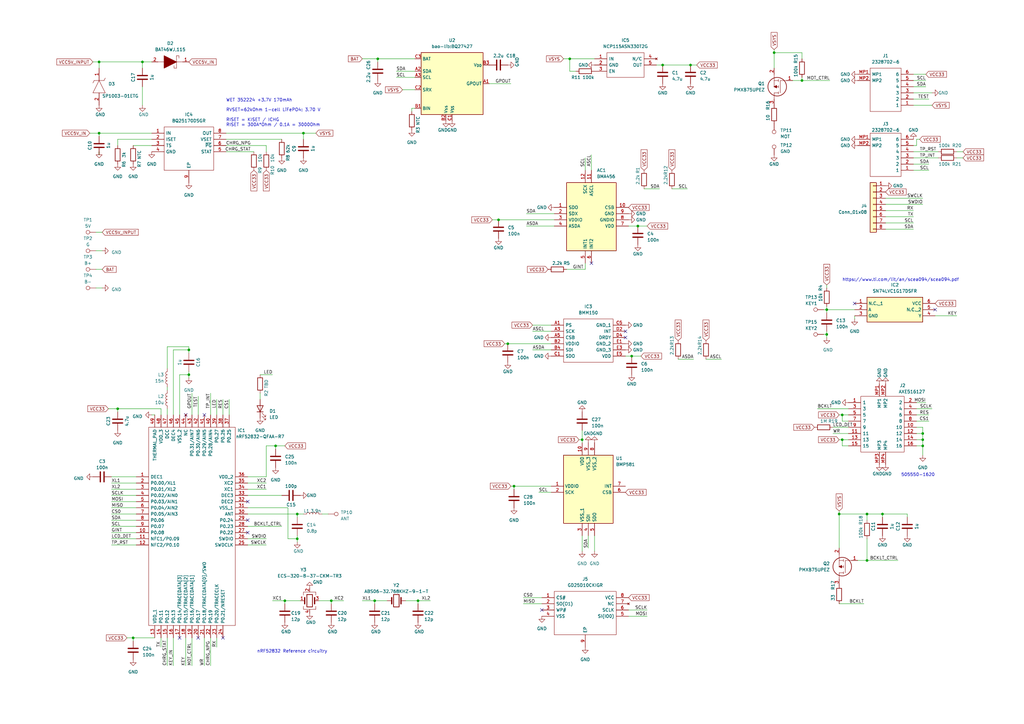
<source format=kicad_sch>
(kicad_sch (version 20230121) (generator eeschema)
  (paper "A3")
  (junction (at 283.21 26.67))
  (junction (at 116.84 246.38))
  (junction (at 121.92 220.98))
  (junction (at 208.28 140.97))
  (junction (at 171.45 246.38))
  (junction (at 54.61 261.62))
  (junction (at 48.26 167.64))
  (junction (at 344.17 210.82))
  (junction (at 378.46 177.8))
  (junction (at 238.76 180.34))
  (junction (at 40.64 54.61))
  (junction (at 345.44 180.34))
  (junction (at 77.47 143.51))
  (junction (at 153.67 246.38))
  (junction (at 378.46 180.34))
  (junction (at 204.47 90.17))
  (junction (at 345.44 170.18))
  (junction (at 339.09 137.16))
  (junction (at 121.92 210.82))
  (junction (at 259.08 146.05))
  (junction (at 113.03 182.88))
  (junction (at 135.89 246.38))
  (junction (at 233.68 24.13))
  (junction (at 58.42 25.4))
  (junction (at 317.5 21.59))
  (junction (at 271.78 26.67))
  (junction (at 124.46 54.61))
  (junction (at 339.09 127))
  (junction (at 210.82 199.39))
  (junction (at 261.62 92.71))
  (junction (at 355.6 210.82))
  (junction (at 40.64 25.4))
  (junction (at 355.6 229.87))
  (junction (at 154.94 24.13))
  (junction (at 378.46 182.88))
  (junction (at 77.47 153.67))
  (junction (at 361.95 210.82))
  (junction (at 328.93 33.02))
  (no_connect (at 350.52 124.46))
  (no_connect (at 91.44 261.62))
  (no_connect (at 83.82 170.18))
  (no_connect (at 81.28 261.62))
  (no_connect (at 76.2 170.18))
  (no_connect (at 101.6 205.74))
  (no_connect (at 383.54 127))
  (no_connect (at 73.66 261.62))
  (no_connect (at 222.25 250.19))
  (no_connect (at 242.57 107.95))
  (no_connect (at 256.54 138.43))
  (no_connect (at 256.54 135.89))
  (no_connect (at 101.6 213.36))
  (no_connect (at 101.6 218.44))
  (wire (pts (xy 40.64 27.94) (xy 40.64 25.4)))
  (wire (pts (xy 335.28 167.64) (xy 347.98 167.64)))
  (wire (pts (xy 162.56 29.21) (xy 170.18 29.21)))
  (wire (pts (xy 116.84 247.65) (xy 116.84 246.38)))
  (wire (pts (xy 339.09 137.16) (xy 337.82 137.16)))
  (wire (pts (xy 240.03 64.77) (xy 240.03 69.85)))
  (wire (pts (xy 261.62 92.71) (xy 257.81 92.71)))
  (wire (pts (xy 166.37 246.38) (xy 171.45 246.38)))
  (wire (pts (xy 374.65 67.31) (xy 381 67.31)))
  (wire (pts (xy 113.03 182.88) (xy 109.22 182.88)))
  (wire (pts (xy 243.84 226.06) (xy 243.84 219.71)))
  (wire (pts (xy 39.37 118.11) (xy 41.91 118.11)))
  (wire (pts (xy 378.46 182.88) (xy 378.46 186.69)))
  (wire (pts (xy 45.72 208.28) (xy 55.88 208.28)))
  (wire (pts (xy 215.9 87.63) (xy 227.33 87.63)))
  (wire (pts (xy 121.92 222.25) (xy 121.92 220.98)))
  (wire (pts (xy 45.72 200.66) (xy 55.88 200.66)))
  (wire (pts (xy 101.6 208.28) (xy 118.11 208.28)))
  (wire (pts (xy 374.65 62.23) (xy 384.81 62.23)))
  (wire (pts (xy 40.64 63.5) (xy 40.64 62.23)))
  (wire (pts (xy 339.09 127) (xy 337.82 127)))
  (wire (pts (xy 355.6 210.82) (xy 344.17 210.82)))
  (wire (pts (xy 162.56 31.75) (xy 170.18 31.75)))
  (wire (pts (xy 207.01 140.97) (xy 208.28 140.97)))
  (wire (pts (xy 39.37 102.87) (xy 41.91 102.87)))
  (wire (pts (xy 101.6 210.82) (xy 121.92 210.82)))
  (wire (pts (xy 363.22 81.28) (xy 378.46 81.28)))
  (wire (pts (xy 86.36 161.29) (xy 86.36 170.18)))
  (wire (pts (xy 209.55 199.39) (xy 210.82 199.39)))
  (wire (pts (xy 265.43 92.71) (xy 261.62 92.71)))
  (wire (pts (xy 101.6 220.98) (xy 109.22 220.98)))
  (wire (pts (xy 101.6 215.9) (xy 115.57 215.9)))
  (wire (pts (xy 344.17 170.18) (xy 345.44 170.18)))
  (wire (pts (xy 218.44 133.35) (xy 226.06 133.35)))
  (wire (pts (xy 135.89 246.38) (xy 140.97 246.38)))
  (wire (pts (xy 45.72 218.44) (xy 55.88 218.44)))
  (wire (pts (xy 62.23 57.15) (xy 48.26 57.15)))
  (wire (pts (xy 233.68 29.21) (xy 233.68 24.13)))
  (wire (pts (xy 375.92 57.15) (xy 375.92 59.69)))
  (wire (pts (xy 54.61 261.62) (xy 54.61 262.89)))
  (wire (pts (xy 153.67 247.65) (xy 153.67 246.38)))
  (wire (pts (xy 201.93 90.17) (xy 204.47 90.17)))
  (wire (pts (xy 375.92 180.34) (xy 378.46 180.34)))
  (wire (pts (xy 375.92 167.64) (xy 382.27 167.64)))
  (wire (pts (xy 68.58 142.24) (xy 77.47 142.24)))
  (wire (pts (xy 339.09 116.84) (xy 339.09 118.11)))
  (wire (pts (xy 77.47 142.24) (xy 77.47 143.51)))
  (wire (pts (xy 339.09 135.89) (xy 339.09 137.16)))
  (wire (pts (xy 76.2 261.62) (xy 76.2 273.05)))
  (wire (pts (xy 124.46 57.15) (xy 124.46 54.61)))
  (wire (pts (xy 106.68 161.29) (xy 106.68 163.83)))
  (wire (pts (xy 355.6 229.87) (xy 368.3 229.87)))
  (wire (pts (xy 347.98 172.72) (xy 345.44 172.72)))
  (wire (pts (xy 45.72 210.82) (xy 55.88 210.82)))
  (wire (pts (xy 374.65 30.48) (xy 379.73 30.48)))
  (wire (pts (xy 345.44 180.34) (xy 347.98 180.34)))
  (wire (pts (xy 375.92 57.15) (xy 377.19 57.15)))
  (wire (pts (xy 210.82 200.66) (xy 210.82 199.39)))
  (wire (pts (xy 153.67 246.38) (xy 158.75 246.38)))
  (wire (pts (xy 375.92 59.69) (xy 374.65 59.69)))
  (wire (pts (xy 109.22 182.88) (xy 109.22 195.58)))
  (wire (pts (xy 121.92 212.09) (xy 121.92 210.82)))
  (wire (pts (xy 92.71 59.69) (xy 109.22 59.69)))
  (wire (pts (xy 52.07 261.62) (xy 54.61 261.62)))
  (wire (pts (xy 363.22 91.44) (xy 374.65 91.44)))
  (wire (pts (xy 262.89 146.05) (xy 259.08 146.05)))
  (wire (pts (xy 71.12 143.51) (xy 77.47 143.51)))
  (wire (pts (xy 113.03 182.88) (xy 113.03 184.15)))
  (wire (pts (xy 215.9 92.71) (xy 227.33 92.71)))
  (wire (pts (xy 340.36 33.02) (xy 328.93 33.02)))
  (wire (pts (xy 68.58 158.75) (xy 68.58 160.02)))
  (wire (pts (xy 116.84 246.38) (xy 123.19 246.38)))
  (wire (pts (xy 109.22 59.69) (xy 109.22 62.23)))
  (wire (pts (xy 45.72 203.2) (xy 55.88 203.2)))
  (wire (pts (xy 171.45 246.38) (xy 176.53 246.38)))
  (wire (pts (xy 91.44 163.83) (xy 91.44 170.18)))
  (wire (pts (xy 45.72 220.98) (xy 55.88 220.98)))
  (wire (pts (xy 45.72 213.36) (xy 55.88 213.36)))
  (wire (pts (xy 289.56 147.32) (xy 295.91 147.32)))
  (wire (pts (xy 264.16 77.47) (xy 270.51 77.47)))
  (wire (pts (xy 344.17 210.82) (xy 344.17 224.79)))
  (wire (pts (xy 374.65 33.02) (xy 379.73 33.02)))
  (wire (pts (xy 363.22 88.9) (xy 374.65 88.9)))
  (wire (pts (xy 130.81 246.38) (xy 135.89 246.38)))
  (wire (pts (xy 214.63 247.65) (xy 222.25 247.65)))
  (wire (pts (xy 78.74 261.62) (xy 78.74 273.05)))
  (wire (pts (xy 165.1 36.83) (xy 170.18 36.83)))
  (wire (pts (xy 168.91 44.45) (xy 168.91 45.72)))
  (wire (pts (xy 328.93 21.59) (xy 328.93 24.13)))
  (wire (pts (xy 383.54 129.54) (xy 392.43 129.54)))
  (wire (pts (xy 154.94 24.13) (xy 154.94 25.4)))
  (wire (pts (xy 378.46 175.26) (xy 378.46 177.8)))
  (wire (pts (xy 374.65 43.18) (xy 382.27 43.18)))
  (wire (pts (xy 240.03 110.49) (xy 240.03 107.95)))
  (wire (pts (xy 54.61 59.69) (xy 62.23 59.69)))
  (wire (pts (xy 339.09 127) (xy 350.52 127)))
  (wire (pts (xy 378.46 180.34) (xy 378.46 182.88)))
  (wire (pts (xy 148.59 24.13) (xy 154.94 24.13)))
  (wire (pts (xy 344.17 247.65) (xy 354.33 247.65)))
  (wire (pts (xy 375.92 170.18) (xy 381 170.18)))
  (wire (pts (xy 231.14 24.13) (xy 233.68 24.13)))
  (wire (pts (xy 68.58 167.64) (xy 68.58 170.18)))
  (wire (pts (xy 241.3 219.71) (xy 241.3 224.79)))
  (wire (pts (xy 73.66 170.18) (xy 73.66 153.67)))
  (wire (pts (xy 375.92 175.26) (xy 378.46 175.26)))
  (wire (pts (xy 58.42 43.18) (xy 58.42 35.56)))
  (wire (pts (xy 66.04 261.62) (xy 66.04 265.43)))
  (wire (pts (xy 38.1 25.4) (xy 40.64 25.4)))
  (wire (pts (xy 48.26 57.15) (xy 48.26 59.69)))
  (wire (pts (xy 347.98 182.88) (xy 345.44 182.88)))
  (wire (pts (xy 77.47 143.51) (xy 77.47 144.78)))
  (wire (pts (xy 66.04 167.64) (xy 66.04 170.18)))
  (wire (pts (xy 374.65 69.85) (xy 381 69.85)))
  (wire (pts (xy 73.66 153.67) (xy 77.47 153.67)))
  (wire (pts (xy 104.14 62.23) (xy 92.71 62.23)))
  (wire (pts (xy 132.08 210.82) (xy 134.62 210.82)))
  (wire (pts (xy 257.81 252.73) (xy 265.43 252.73)))
  (wire (pts (xy 328.93 33.02) (xy 328.93 31.75)))
  (wire (pts (xy 238.76 180.34) (xy 238.76 181.61)))
  (wire (pts (xy 345.44 182.88) (xy 345.44 180.34)))
  (wire (pts (xy 374.65 40.64) (xy 381 40.64)))
  (wire (pts (xy 78.74 161.29) (xy 78.74 170.18)))
  (wire (pts (xy 58.42 27.94) (xy 58.42 25.4)))
  (wire (pts (xy 109.22 195.58) (xy 101.6 195.58)))
  (wire (pts (xy 375.92 165.1) (xy 379.73 165.1)))
  (wire (pts (xy 111.76 246.38) (xy 116.84 246.38)))
  (wire (pts (xy 58.42 25.4) (xy 62.23 25.4)))
  (wire (pts (xy 214.63 245.11) (xy 222.25 245.11)))
  (wire (pts (xy 68.58 261.62) (xy 68.58 273.05)))
  (wire (pts (xy 71.12 261.62) (xy 71.12 273.05)))
  (wire (pts (xy 101.6 223.52) (xy 109.22 223.52)))
  (wire (pts (xy 232.41 110.49) (xy 240.03 110.49)))
  (wire (pts (xy 341.63 177.8) (xy 347.98 177.8)))
  (wire (pts (xy 86.36 261.62) (xy 86.36 273.05)))
  (wire (pts (xy 285.75 26.67) (xy 283.21 26.67)))
  (wire (pts (xy 317.5 20.32) (xy 317.5 21.59)))
  (wire (pts (xy 135.89 247.65) (xy 135.89 246.38)))
  (wire (pts (xy 271.78 26.67) (xy 283.21 26.67)))
  (wire (pts (xy 257.81 250.19) (xy 265.43 250.19)))
  (wire (pts (xy 372.11 212.09) (xy 372.11 210.82)))
  (wire (pts (xy 355.6 210.82) (xy 355.6 213.36)))
  (wire (pts (xy 124.46 54.61) (xy 129.54 54.61)))
  (wire (pts (xy 88.9 163.83) (xy 88.9 170.18)))
  (wire (pts (xy 236.22 29.21) (xy 233.68 29.21)))
  (wire (pts (xy 355.6 229.87) (xy 351.79 229.87)))
  (wire (pts (xy 54.61 261.62) (xy 63.5 261.62)))
  (wire (pts (xy 101.6 198.12) (xy 109.22 198.12)))
  (wire (pts (xy 269.24 26.67) (xy 271.78 26.67)))
  (wire (pts (xy 363.22 93.98) (xy 374.65 93.98)))
  (wire (pts (xy 40.64 55.88) (xy 40.64 54.61)))
  (wire (pts (xy 344.17 180.34) (xy 345.44 180.34)))
  (wire (pts (xy 154.94 24.13) (xy 170.18 24.13)))
  (wire (pts (xy 238.76 219.71) (xy 238.76 226.06)))
  (wire (pts (xy 259.08 146.05) (xy 256.54 146.05)))
  (wire (pts (xy 168.91 44.45) (xy 170.18 44.45)))
  (wire (pts (xy 355.6 229.87) (xy 355.6 220.98)))
  (wire (pts (xy 350.52 130.81) (xy 350.52 129.54)))
  (wire (pts (xy 45.72 223.52) (xy 55.88 223.52)))
  (wire (pts (xy 101.6 200.66) (xy 109.22 200.66)))
  (wire (pts (xy 148.59 246.38) (xy 153.67 246.38)))
  (wire (pts (xy 238.76 176.53) (xy 238.76 180.34)))
  (wire (pts (xy 48.26 167.64) (xy 66.04 167.64)))
  (wire (pts (xy 375.92 182.88) (xy 378.46 182.88)))
  (wire (pts (xy 62.23 170.18) (xy 63.5 170.18)))
  (wire (pts (xy 341.63 175.26) (xy 347.98 175.26)))
  (wire (pts (xy 345.44 170.18) (xy 347.98 170.18)))
  (wire (pts (xy 328.93 21.59) (xy 317.5 21.59)))
  (wire (pts (xy 374.65 38.1) (xy 382.27 38.1)))
  (wire (pts (xy 40.64 54.61) (xy 62.23 54.61)))
  (wire (pts (xy 106.68 153.67) (xy 111.76 153.67)))
  (wire (pts (xy 361.95 212.09) (xy 361.95 210.82)))
  (wire (pts (xy 375.92 172.72) (xy 381 172.72)))
  (wire (pts (xy 40.64 25.4) (xy 58.42 25.4)))
  (wire (pts (xy 83.82 261.62) (xy 83.82 273.05)))
  (wire (pts (xy 374.65 35.56) (xy 379.73 35.56)))
  (wire (pts (xy 81.28 162.56) (xy 81.28 170.18)))
  (wire (pts (xy 45.72 215.9) (xy 55.88 215.9)))
  (wire (pts (xy 118.11 220.98) (xy 121.92 220.98)))
  (wire (pts (xy 208.28 140.97) (xy 226.06 140.97)))
  (wire (pts (xy 378.46 83.82) (xy 363.22 83.82)))
  (wire (pts (xy 121.92 210.82) (xy 124.46 210.82)))
  (wire (pts (xy 116.84 182.88) (xy 113.03 182.88)))
  (wire (pts (xy 68.58 142.24) (xy 68.58 151.13)))
  (wire (pts (xy 92.71 57.15) (xy 115.57 57.15)))
  (wire (pts (xy 328.93 33.02) (xy 325.12 33.02)))
  (wire (pts (xy 237.49 180.34) (xy 238.76 180.34)))
  (wire (pts (xy 374.65 64.77) (xy 384.81 64.77)))
  (wire (pts (xy 118.11 208.28) (xy 118.11 220.98)))
  (wire (pts (xy 218.44 143.51) (xy 226.06 143.51)))
  (wire (pts (xy 218.44 135.89) (xy 226.06 135.89)))
  (wire (pts (xy 339.09 125.73) (xy 339.09 127)))
  (wire (pts (xy 275.59 77.47) (xy 281.94 77.47)))
  (wire (pts (xy 233.68 24.13) (xy 243.84 24.13)))
  (wire (pts (xy 39.37 110.49) (xy 41.91 110.49)))
  (wire (pts (xy 45.72 198.12) (xy 55.88 198.12)))
  (wire (pts (xy 36.83 54.61) (xy 40.64 54.61)))
  (wire (pts (xy 93.98 163.83) (xy 93.98 170.18)))
  (wire (pts (xy 339.09 138.43) (xy 339.09 137.16)))
  (wire (pts (xy 45.72 195.58) (xy 55.88 195.58)))
  (wire (pts (xy 121.92 220.98) (xy 121.92 219.71)))
  (wire (pts (xy 204.47 90.17) (xy 227.33 90.17)))
  (wire (pts (xy 200.66 34.29) (xy 209.55 34.29)))
  (wire (pts (xy 44.45 167.64) (xy 48.26 167.64)))
  (wire (pts (xy 345.44 170.18) (xy 345.44 172.72)))
  (wire (pts (xy 363.22 86.36) (xy 374.65 86.36)))
  (wire (pts (xy 92.71 54.61) (xy 124.46 54.61)))
  (wire (pts (xy 355.6 210.82) (xy 361.95 210.82)))
  (wire (pts (xy 394.97 62.23) (xy 392.43 62.23)))
  (wire (pts (xy 48.26 167.64) (xy 48.26 168.91)))
  (wire (pts (xy 77.47 154.94) (xy 77.47 153.67)))
  (wire (pts (xy 45.72 205.74) (xy 55.88 205.74)))
  (wire (pts (xy 171.45 246.38) (xy 171.45 247.65)))
  (wire (pts (xy 361.95 210.82) (xy 372.11 210.82)))
  (wire (pts (xy 378.46 177.8) (xy 378.46 180.34)))
  (wire (pts (xy 71.12 170.18) (xy 71.12 143.51)))
  (wire (pts (xy 278.13 147.32) (xy 284.48 147.32)))
  (wire (pts (xy 344.17 209.55) (xy 344.17 210.82)))
  (wire (pts (xy 39.37 95.25) (xy 41.91 95.25)))
  (wire (pts (xy 210.82 199.39) (xy 226.06 199.39)))
  (wire (pts (xy 394.97 64.77) (xy 392.43 64.77)))
  (wire (pts (xy 375.92 177.8) (xy 378.46 177.8)))
  (wire (pts (xy 339.09 128.27) (xy 339.09 127)))
  (wire (pts (xy 77.47 152.4) (xy 77.47 153.67)))
  (wire (pts (xy 88.9 261.62) (xy 88.9 265.43)))
  (wire (pts (xy 242.57 63.5) (xy 242.57 69.85)))
  (wire (pts (xy 101.6 203.2) (xy 115.57 203.2)))
  (wire (pts (xy 317.5 21.59) (xy 317.5 27.94)))
  (wire (pts (xy 220.98 201.93) (xy 226.06 201.93)))
  (text "https://www.ti.com/lit/an/scea094/scea094.pdf" (at 345.44 115.57 0) (effects (font (size 1.27 1.27)) (justify left bottom)))
  (text "RVSET=62kOhm 1-cell LiFePO4: 3.70 V\n\nRISET = KISET / ICHG\nRISET = 300A*Ohm / 0.1A = 3000Ohm\n" (at 92.71 52.07 0) (effects (font (size 1.27 1.27)) (justify left bottom)))
  (text "nRF52832 Reference circuitry" (at 105.41 267.97 0) (effects (font (size 1.27 1.27)) (justify left bottom)))
  (text "WET 352224 +3.7V 170mAh" (at 92.71 41.91 0) (effects (font (size 1.27 1.27)) (justify left bottom)))
  (text "505550-1620 " (at 369.57 195.58 0) (effects (font (size 1.27 1.27)) (justify left bottom)))
  (label "CS0" (at 45.72 210.82 0))
  (label "TX" (at 66.04 265.43 90))
  (label "GPOUT" (at 209.55 34.29 180))
  (label "SCL" (at 45.72 215.9 0))
  (label "SCLK" (at 45.72 203.2 0))
  (label "MOSI" (at 45.72 205.74 0))
  (label "ASCL" (at 242.57 63.5 270))
  (label "MOT_CTRL" (at 78.74 273.05 90))
  (label "SCL" (at 374.65 91.44 180))
  (label "XC1" (at 109.22 200.66 180))
  (label "GPOUT" (at 78.74 161.29 270))
  (label "SCL" (at 379.73 33.02 180))
  (label "SCL" (at 162.56 31.75 0))
  (label "ASCL" (at 218.44 135.89 0))
  (label "SCL" (at 281.94 77.47 180))
  (label "SCL" (at 381 69.85 180))
  (label "MISO" (at 45.72 208.28 0))
  (label "GINT" (at 234.95 110.49 0))
  (label "SDA" (at 215.9 87.63 0))
  (label "TP_INT" (at 86.36 161.29 270))
  (label "RX" (at 374.65 86.36 180))
  (label "CS1" (at 381 172.72 180))
  (label "XL1" (at 148.59 246.38 0))
  (label "WR" (at 341.63 177.8 0))
  (label "XC2" (at 140.97 246.38 180))
  (label "GINT" (at 45.72 218.44 0))
  (label "XL1" (at 45.72 198.12 0))
  (label "WR" (at 83.82 273.05 90))
  (label "RES" (at 381 170.18 180))
  (label "SDA" (at 45.72 213.36 0))
  (label "SCL" (at 220.98 201.93 0))
  (label "MISO" (at 214.63 247.65 0))
  (label "MOSI" (at 265.43 252.73 180))
  (label "SDA" (at 241.3 224.79 90))
  (label "RES" (at 91.44 163.83 270))
  (label "ASDA" (at 215.9 92.71 0))
  (label "CS1" (at 93.98 163.83 270))
  (label "MOSI" (at 379.73 165.1 180))
  (label "LCD_DET" (at 341.63 175.26 0))
  (label "SCL" (at 240.03 64.77 270))
  (label "CHRG_NPG" (at 102.87 59.69 180))
  (label "XC1" (at 111.76 246.38 0))
  (label "SWDIO" (at 109.22 220.98 180))
  (label "BCKLT" (at 335.28 167.64 0))
  (label "MOT_CTRL" (at 340.36 33.02 180))
  (label "BCKLT" (at 354.33 247.65 180))
  (label "ASDA" (at 218.44 143.51 0))
  (label "TX" (at 374.65 88.9 180))
  (label "SDA" (at 379.73 35.56 180))
  (label "ASCL" (at 295.91 147.32 180))
  (label "CHRG_NPG" (at 86.36 273.05 90))
  (label "BCKLT_CTRL" (at 115.57 215.9 180))
  (label "XC2" (at 109.22 198.12 180))
  (label "LCD_DET" (at 45.72 220.98 0))
  (label "SWCLK" (at 378.46 81.28 180))
  (label "SCLK" (at 382.27 167.64 180))
  (label "XL2" (at 176.53 246.38 180))
  (label "TP_RST" (at 45.72 223.52 0))
  (label "TEST" (at 81.28 162.56 270))
  (label "RX" (at 88.9 265.43 90))
  (label "CS0" (at 214.63 245.11 0))
  (label "XL2" (at 45.72 200.66 0))
  (label "KEY" (at 76.2 273.05 90))
  (label "SDA" (at 270.51 77.47 180))
  (label "SDA" (at 374.65 93.98 180))
  (label "ASDA" (at 284.48 147.32 180))
  (label "KEY_IN" (at 71.12 273.05 90))
  (label "CHRG_STAT" (at 102.87 62.23 180))
  (label "TEST" (at 381 40.64 180))
  (label "TP_RST" (at 377.19 62.23 0))
  (label "KEY" (at 392.43 129.54 180))
  (label "LED" (at 111.76 153.67 180))
  (label "SWDIO" (at 378.46 83.82 180))
  (label "SWCLK" (at 109.22 223.52 180))
  (label "SDA" (at 162.56 29.21 0))
  (label "LED" (at 88.9 163.83 270))
  (label "TP_INT" (at 377.19 64.77 0))
  (label "BCKLT_CTRL" (at 368.3 229.87 180))
  (label "CHRG_STAT" (at 68.58 273.05 90))
  (label "SCLK" (at 265.43 250.19 180))
  (label "SDA" (at 381 67.31 180))
  (global_label "VCC33" (shape input) (at 377.19 57.15 0) (property "Intersheetrefs" "${INTERSHEET_REFS}" (effects hide)))
  (global_label "VCC33" (shape input) (at 289.56 139.7 90) (property "Intersheetrefs" "${INTERSHEET_REFS}" (effects hide)))
  (global_label "VCC33" (shape input) (at 394.97 62.23 0) (property "Intersheetrefs" "${INTERSHEET_REFS}" (effects hide)))
  (global_label "VCC33" (shape input) (at 52.07 261.62 180) (property "Intersheetrefs" "${INTERSHEET_REFS}" (effects hide)))
  (global_label "VCC33" (shape input) (at 257.81 85.09 0) (property "Intersheetrefs" "${INTERSHEET_REFS}" (effects hide)))
  (global_label "VCC33" (shape input) (at 201.93 90.17 180) (property "Intersheetrefs" "${INTERSHEET_REFS}" (effects hide)))
  (global_label "VCC33" (shape input) (at 379.73 30.48 0) (property "Intersheetrefs" "${INTERSHEET_REFS}" (effects hide)))
  (global_label "VCC5V_INPUT" (shape input) (at 38.1 25.4 180) (property "Intersheetrefs" "${INTERSHEET_REFS}" (effects hide)))
  (global_label "VCC33" (shape input) (at 278.13 139.7 90) (property "Intersheetrefs" "${INTERSHEET_REFS}" (effects hide)))
  (global_label "VCC5V_INPUT" (shape input) (at 41.91 95.25 0) (property "Intersheetrefs" "${INTERSHEET_REFS}" (effects hide)))
  (global_label "VSYS" (shape input) (at 231.14 24.13 180) (property "Intersheetrefs" "${INTERSHEET_REFS}" (effects hide)))
  (global_label "VCC33" (shape input) (at 207.01 140.97 180) (property "Intersheetrefs" "${INTERSHEET_REFS}" (effects hide)))
  (global_label "VCC33" (shape input) (at 275.59 69.85 90) (property "Intersheetrefs" "${INTERSHEET_REFS}" (effects hide)))
  (global_label "VSYS" (shape input) (at 129.54 54.61 0) (property "Intersheetrefs" "${INTERSHEET_REFS}" (effects hide)))
  (global_label "VCC33" (shape input) (at 257.81 245.11 0) (property "Intersheetrefs" "${INTERSHEET_REFS}" (effects hide)))
  (global_label "VCC33" (shape input) (at 264.16 69.85 90) (property "Intersheetrefs" "${INTERSHEET_REFS}" (effects hide)))
  (global_label "VSYS" (shape input) (at 317.5 20.32 90) (property "Intersheetrefs" "${INTERSHEET_REFS}" (effects hide)))
  (global_label "VCC33" (shape input) (at 285.75 26.67 0) (property "Intersheetrefs" "${INTERSHEET_REFS}" (effects hide)))
  (global_label "VCC33" (shape input) (at 339.09 116.84 90) (property "Intersheetrefs" "${INTERSHEET_REFS}" (effects hide)))
  (global_label "VCC33" (shape input) (at 104.14 69.85 270) (property "Intersheetrefs" "${INTERSHEET_REFS}" (effects hide)))
  (global_label "VCC33" (shape input) (at 262.89 146.05 0) (property "Intersheetrefs" "${INTERSHEET_REFS}" (effects hide)))
  (global_label "VSYS" (shape input) (at 382.27 43.18 0) (property "Intersheetrefs" "${INTERSHEET_REFS}" (effects hide)))
  (global_label "VCC33" (shape input) (at 237.49 180.34 180) (property "Intersheetrefs" "${INTERSHEET_REFS}" (effects hide)))
  (global_label "VCC5V_IN" (shape input) (at 77.47 25.4 0) (property "Intersheetrefs" "${INTERSHEET_REFS}" (effects hide)))
  (global_label "VCC33" (shape input) (at 383.54 124.46 0) (property "Intersheetrefs" "${INTERSHEET_REFS}" (effects hide)))
  (global_label "VCC33" (shape input) (at 394.97 64.77 0) (property "Intersheetrefs" "${INTERSHEET_REFS}" (effects hide)))
  (global_label "BAT" (shape input) (at 148.59 24.13 180) (property "Intersheetrefs" "${INTERSHEET_REFS}" (effects hide)))
  (global_label "VCC33" (shape input) (at 116.84 182.88 0) (property "Intersheetrefs" "${INTERSHEET_REFS}" (effects hide)))
  (global_label "VCC33" (shape input) (at 334.01 175.26 180) (property "Intersheetrefs" "${INTERSHEET_REFS}" (effects hide)))
  (global_label "VCC33" (shape input) (at 109.22 69.85 270) (property "Intersheetrefs" "${INTERSHEET_REFS}" (effects hide)))
  (global_label "VCC33" (shape input) (at 344.17 180.34 180) (property "Intersheetrefs" "${INTERSHEET_REFS}" (effects hide)))
  (global_label "VSYS" (shape input) (at 344.17 209.55 90) (property "Intersheetrefs" "${INTERSHEET_REFS}" (effects hide)))
  (global_label "VCC33" (shape input) (at 363.22 78.74 0) (property "Intersheetrefs" "${INTERSHEET_REFS}" (effects hide)))
  (global_label "BAT" (shape input) (at 41.91 110.49 0) (property "Intersheetrefs" "${INTERSHEET_REFS}" (effects hide)))
  (global_label "VCC33" (shape input) (at 344.17 170.18 180) (property "Intersheetrefs" "${INTERSHEET_REFS}" (effects hide)))
  (global_label "VCC5V_IN" (shape input) (at 36.83 54.61 180) (property "Intersheetrefs" "${INTERSHEET_REFS}" (effects hide)))
  (global_label "VCC33" (shape input) (at 209.55 199.39 180) (property "Intersheetrefs" "${INTERSHEET_REFS}" (effects hide)))
  (global_label "VCC33" (shape input) (at 256.54 201.93 0) (property "Intersheetrefs" "${INTERSHEET_REFS}" (effects hide)))
  (global_label "VSYS" (shape input) (at 165.1 36.83 180) (property "Intersheetrefs" "${INTERSHEET_REFS}" (effects hide)))
  (global_label "VCC33" (shape input) (at 224.79 110.49 180) (property "Intersheetrefs" "${INTERSHEET_REFS}" (effects hide)))
  (global_label "VCC33" (shape input) (at 218.44 133.35 180) (property "Intersheetrefs" "${INTERSHEET_REFS}" (effects hide)))
  (global_label "VCC33" (shape input) (at 265.43 92.71 0) (property "Intersheetrefs" "${INTERSHEET_REFS}" (effects hide)))
  (global_label "VCC33" (shape input) (at 44.45 167.64 180) (property "Intersheetrefs" "${INTERSHEET_REFS}" (effects hide)))
  (symbol (lib_id "Device:L") (at 68.58 163.83 180) (unit 1)
    (property "Reference" "L2" (at 64.77 162.56 0) (effects (justify right)))
    (property "Value" "10u" (at 63.5 165.1 0) (effects (justify right)))
    (property "Footprint" "Inductor_SMD:L_0603_1608Metric" (effects hide))
    (property "MPN" "MLZ1608M100WT000" (effects hide))
  )
  (symbol (lib_id "power:GND") (at 243.84 181.61 180) (unit 1)
    (property "Reference" "#PWR072" (effects hide))
    (property "Value" "GND" (at 245.11 177.8 0))
  )
  (symbol (lib_id "power:GND") (at 106.68 171.45 0) (unit 1)
    (property "Reference" "#PWR052" (effects hide))
    (property "Value" "GND" (at 106.68 176.53 0))
  )
  (symbol (lib_id "Device:C") (at 124.46 60.96 180) (unit 1)
    (property "Reference" "C9" (at 120.65 60.96 90))
    (property "Value" "1u" (at 128.27 60.96 90))
    (property "Footprint" "Capacitor_SMD:C_0603_1608Metric" (effects hide))
    (property "MPN" "CL10B105KP8NNNC" (effects hide))
  )
  (symbol (lib_id "power:GND") (at 121.92 222.25 0) (unit 1)
    (property "Reference" "#PWR01" (effects hide))
    (property "Value" "GND" (at 124.46 226.06 0) (effects (justify right)))
  )
  (symbol (lib_id "bao-lib:NCP115ASN330T2G") (at 243.84 24.13 0) (unit 1)
    (property "Reference" "IC5" (at 256.54 16.51 0))
    (property "Value" "NCP115ASN330T2G" (at 256.54 19.05 0))
    (property "Footprint" "bao-lib:SOT95P275X110-5N" (effects hide))
    (property "Datasheet" "http://www.onsemi.com/pub/Collateral/NCP115-D.PDF" (effects hide))
    (property "Description" "300 MA CMOS LOW DROPOUT R" (effects hide))
    (property "Height" "1.1" (effects hide))
    (property "Mouser Part Number" "863-NCP115ASN330T2G" (effects hide))
    (property "Mouser Price/Stock" "https://www.mouser.co.uk/ProductDetail/onsemi/NCP115ASN330T2G?qs=byeeYqUIh0PuUump9WHLUw%3D%3D" (effects hide))
    (property "Manufacturer_Name" "onsemi" (effects hide))
    (property "Manufacturer_Part_Number" "NCP115ASN330T2G" (effects hide))
  )
  (symbol (lib_id "power:GND") (at 116.84 255.27 0) (unit 1)
    (property "Reference" "#PWR062" (effects hide))
    (property "Value" "GND" (at 119.38 259.08 0) (effects (justify right)))
  )
  (symbol (lib_id "power:GND") (at 123.19 203.2 90) (unit 1)
    (property "Reference" "#PWR050" (effects hide))
    (property "Value" "GND" (at 125.73 203.2 90) (effects (justify right)))
  )
  (symbol (lib_id "Device:C") (at 121.92 215.9 180) (unit 1)
    (property "Reference" "C14" (at 125.73 215.265 0) (effects (justify right)))
    (property "Value" "0.8p" (at 125.73 217.805 0) (effects (justify right)))
    (property "Footprint" "Capacitor_SMD:C_0402_1005Metric" (effects hide))
    (property "MPN" "GJM1555C1HR80WB01D" (effects hide))
  )
  (symbol (lib_id "Device:R") (at 344.17 243.84 0) (unit 1)
    (property "Reference" "R17" (at 341.63 240.03 90))
    (property "Value" "33" (at 341.63 245.11 90))
    (property "Footprint" "Resistor_SMD:R_0402_1005Metric" (effects hide))
    (property "MPN" "RT0402FRE0733RL" (effects hide))
  )
  (symbol (lib_id "power:GND") (at 351.79 59.69 270) (unit 1)
    (property "Reference" "#PWR043" (effects hide))
    (property "Value" "GND" (at 346.71 59.69 90))
  )
  (symbol (lib_id "power:GND") (at 41.91 102.87 90) (unit 1)
    (property "Reference" "#PWR045" (effects hide))
    (property "Value" "GND" (at 45.72 103.505 90) (effects (justify right)))
  )
  (symbol (lib_id "power:GND") (at 204.47 97.79 0) (unit 1)
    (property "Reference" "#PWR017" (effects hide))
    (property "Value" "GND" (at 204.47 101.6 0))
  )
  (symbol (lib_id "power:GND") (at 243.84 26.67 270) (unit 1)
    (property "Reference" "#PWR05" (effects hide))
    (property "Value" "GND" (at 241.3 26.67 90) (effects (justify right)))
  )
  (symbol (lib_id "Device:C") (at 204.47 93.98 0) (unit 1)
    (property "Reference" "C5" (at 208.28 93.345 0) (effects (justify left)))
    (property "Value" "100n" (at 208.28 95.885 0) (effects (justify left)))
    (property "Footprint" "Capacitor_SMD:C_0402_1005Metric" (effects hide))
    (property "MPN" "GCM155R71C104KA55D" (effects hide))
  )
  (symbol (lib_id "power:GND") (at 127 241.3 180) (unit 1)
    (property "Reference" "#PWR061" (effects hide))
    (property "Value" "GND" (at 128.27 238.76 0) (effects (justify right)))
  )
  (symbol (lib_id "power:GND") (at 283.21 34.29 0) (unit 1)
    (property "Reference" "#PWR07" (effects hide))
    (property "Value" "GND" (at 283.21 38.1 0))
  )
  (symbol (lib_id "power:GND") (at 168.91 53.34 0) (unit 1)
    (property "Reference" "#PWR012" (effects hide))
    (property "Value" "GND" (at 168.91 58.42 0))
  )
  (symbol (lib_id "power:GND") (at 124.46 64.77 0) (unit 1)
    (property "Reference" "#PWR027" (effects hide))
    (property "Value" "GND" (at 124.46 69.85 0))
  )
  (symbol (lib_id "power:GND") (at 115.57 64.77 0) (unit 1)
    (property "Reference" "#PWR032" (effects hide))
    (property "Value" "GND" (at 115.57 69.85 0))
  )
  (symbol (lib_id "power:GND") (at 372.11 219.71 0) (unit 1)
    (property "Reference" "#PWR047" (effects hide))
    (property "Value" "GND" (at 372.11 223.52 0))
  )
  (symbol (lib_id "power:GND") (at 226.06 146.05 270) (unit 1)
    (property "Reference" "#PWR024" (effects hide))
    (property "Value" "GND" (at 220.98 146.05 90))
  )
  (symbol (lib_id "bao-lib:BMM150") (at 226.06 133.35 0) (unit 1)
    (property "Reference" "IC3" (at 241.3 125.73 0))
    (property "Value" "BMM150" (at 241.3 128.27 0))
    (property "Footprint" "bao-lib:BMM150" (effects hide))
    (property "Datasheet" "https://www.arrow.com/en/products/bmm150/bosch" (effects hide))
    (property "Description" "Board Mount Hall Effect / Magnetic Sensors 3-Axis 1.56x1.56mm WLCSP-12 Geomagnetic" (effects hide))
    (property "Height" "0.6" (effects hide))
    (property "Mouser Part Number" "262-BMM150" (effects hide))
    (property "Mouser Price/Stock" "https://www.mouser.co.uk/ProductDetail/Bosch-Sensortec/BMM150?qs=d72FGnIDsgTOmKpCEe6mYw%3D%3D" (effects hide))
    (property "Manufacturer_Name" "BOSCH" (effects hide))
    (property "Manufacturer_Part_Number" "BMM150" (effects hide))
  )
  (symbol (lib_id "bao-lib:BMP581") (at 226.06 199.39 0) (unit 1)
    (property "Reference" "U1" (at 254 187.96 0))
    (property "Value" "BMP581" (at 256.54 190.5 0))
    (property "Footprint" "bao-lib:BMP581" (effects hide))
    (property "Datasheet" "https://www.bosch-sensortec.com/media/boschsensortec/downloads/datasheets/bst-bmp581-ds004.pdf" (effects hide))
    (property "Height" "0.8" (effects hide))
    (property "Mouser Part Number" "262-BMP581" (effects hide))
    (property "Mouser Price/Stock" "https://www.mouser.co.uk/ProductDetail/Bosch-Sensortec/BMP581?qs=Li%252BoUPsLEntPL9tlFmcgXg%3D%3D" (effects hide))
    (property "Manufacturer_Name" "BOSCH" (effects hide))
    (property "Manufacturer_Part_Number" "BMP581" (effects hide))
  )
  (symbol (lib_id "power:GND") (at 351.79 57.15 270) (unit 1)
    (property "Reference" "#PWR042" (effects hide))
    (property "Value" "GND" (at 346.71 57.15 90))
  )
  (symbol (lib_id "power:GND") (at 347.98 165.1 270) (unit 1)
    (property "Reference" "#PWR038" (effects hide))
    (property "Value" "GND" (at 342.9 165.1 90))
  )
  (symbol (lib_id "power:GND") (at 271.78 34.29 0) (unit 1)
    (property "Reference" "#PWR06" (effects hide))
    (property "Value" "GND" (at 271.78 38.1 0))
  )
  (symbol (lib_id "bao-lib:BAT46WJ,115") (at 80.01 25.4 180) (unit 1)
    (property "Reference" "D2" (at 69.85 17.78 0))
    (property "Value" "BAT46WJ,115" (at 69.85 20.32 0))
    (property "Footprint" "bao-lib:SODFL2512X80N" (effects hide))
    (property "Datasheet" "https://assets.nexperia.com/documents/data-sheet/BAT46WJ.pdf" (effects hide))
    (property "Description" "NEXPERIA - BAT46WJ,115 - DIODE, SWITCHING, 100V, SC-90" (effects hide))
    (property "Height" "0.8" (effects hide))
    (property "Mouser Part Number" "771-BAT46WJ115" (effects hide))
    (property "Mouser Price/Stock" "https://www.mouser.co.uk/ProductDetail/Nexperia/BAT46WJ115?qs=0kdNCY%252BdvEBTfZilQVwWsg%3D%3D" (effects hide))
    (property "Manufacturer_Name" "Nexperia" (effects hide))
    (property "Manufacturer_Part_Number" "BAT46WJ,115" (effects hide))
  )
  (symbol (lib_id "power:GND") (at 256.54 140.97 90) (unit 1)
    (property "Reference" "#PWR019" (effects hide))
    (property "Value" "GND" (at 261.62 140.97 90))
  )
  (symbol (lib_id "Device:R") (at 104.14 66.04 180) (unit 1)
    (property "Reference" "R9" (at 106.68 69.85 90))
    (property "Value" "10k" (at 106.68 64.77 90))
    (property "Footprint" "Resistor_SMD:R_0402_1005Metric" (effects hide))
    (property "MPN" "RT0402FRE0710KL" (effects hide))
  )
  (symbol (lib_id "power:GND") (at 40.64 43.18 0) (unit 1)
    (property "Reference" "#PWR057" (effects hide))
    (property "Value" "GND" (at 43.18 46.99 0) (effects (justify right)))
  )
  (symbol (lib_id "Device:R") (at 275.59 73.66 0) (unit 1)
    (property "Reference" "R12" (at 273.05 69.85 90))
    (property "Value" "2.2k" (at 273.05 73.66 90))
    (property "Footprint" "Resistor_SMD:R_0402_1005Metric" (effects hide))
    (property "MPN" "RT0402FRE072K2L" (effects hide))
  )
  (symbol (lib_id "Device:C") (at 48.26 172.72 180) (unit 1)
    (property "Reference" "C23" (at 44.45 172.72 90))
    (property "Value" "4.7u" (at 52.07 172.72 90))
    (property "Footprint" "Capacitor_SMD:C_0603_1608Metric" (effects hide))
  )
  (symbol (lib_id "power:GND") (at 127 251.46 0) (unit 1)
    (property "Reference" "#PWR060" (effects hide))
    (property "Value" "GND" (at 129.54 255.27 0) (effects (justify right)))
  )
  (symbol (lib_id "Device:C") (at 339.09 132.08 0) (unit 1)
    (property "Reference" "C13" (at 342.9 131.445 0) (effects (justify left)))
    (property "Value" "100n" (at 342.9 133.985 0) (effects (justify left)))
    (property "Footprint" "Capacitor_SMD:C_0402_1005Metric" (effects hide))
    (property "MPN" "GCM155R71C104KA55D" (effects hide))
  )
  (symbol (lib_id "power:GND") (at 261.62 100.33 0) (unit 1)
    (property "Reference" "#PWR016" (effects hide))
    (property "Value" "GND" (at 261.62 104.14 0))
  )
  (symbol (lib_id "Connector:TestPoint") (at 337.82 127 90) (unit 1)
    (property "Reference" "TP13" (at 332.74 121.92 90))
    (property "Value" "KEY1" (at 332.74 124.46 90))
    (property "Footprint" "TestPoint:TestPoint_Pad_2.0x2.0mm" (effects hide))
  )
  (symbol (lib_id "power:GND") (at 227.33 85.09 270) (unit 1)
    (property "Reference" "#PWR015" (effects hide))
    (property "Value" "GND" (at 222.25 85.09 90))
  )
  (symbol (lib_id "Device:C") (at 361.95 215.9 180) (unit 1)
    (property "Reference" "C11" (at 358.14 215.9 90))
    (property "Value" "1u" (at 365.76 215.9 90))
    (property "Footprint" "Capacitor_SMD:C_0603_1608Metric" (effects hide))
    (property "MPN" "CL10B105KP8NNNC" (effects hide))
  )
  (symbol (lib_id "power:GND") (at 238.76 226.06 0) (unit 1)
    (property "Reference" "#PWR070" (effects hide))
    (property "Value" "GND" (at 238.76 231.14 0))
  )
  (symbol (lib_id "Device:R") (at 168.91 49.53 180) (unit 1)
    (property "Reference" "R3" (at 171.45 53.34 90))
    (property "Value" "NTC" (at 171.45 49.53 90))
    (property "Footprint" "Resistor_SMD:R_0402_1005Metric" (effects hide))
    (property "MPN" "103KT1005T-1P" (effects hide))
  )
  (symbol (lib_id "power:GND") (at 238.76 168.91 180) (unit 1)
    (property "Reference" "#PWR069" (effects hide))
    (property "Value" "GND" (at 238.76 165.1 0))
  )
  (symbol (lib_id "Device:R") (at 54.61 63.5 180) (unit 1)
    (property "Reference" "R7" (at 57.15 67.31 90))
    (property "Value" "NTC" (at 57.15 63.5 90))
    (property "Footprint" "Resistor_SMD:R_0402_1005Metric" (effects hide))
    (property "MPN" "103KT1005T-1P" (effects hide))
  )
  (symbol (lib_id "Device:LED") (at 106.68 167.64 90) (unit 1)
    (property "Reference" "D1" (at 110.49 168.5925 90) (effects (justify right)))
    (property "Value" "LED" (at 110.49 171.1325 90) (effects (justify right)))
    (property "Footprint" "LED_SMD:LED_0402_1005Metric" (effects hide))
    (property "MPN" "LT QH9G-Q2OO-25-2Z4Y" (effects hide))
  )
  (symbol (lib_id "power:GND") (at 361.95 219.71 0) (unit 1)
    (property "Reference" "#PWR046" (effects hide))
    (property "Value" "GND" (at 361.95 223.52 0))
  )
  (symbol (lib_id "power:GND") (at 360.68 157.48 180) (unit 1)
    (property "Reference" "#PWR035" (effects hide))
    (property "Value" "GND" (at 360.68 154.94 90) (effects (justify right)))
  )
  (symbol (lib_id "bao-lib:nRF52832-QFAA-R7") (at 55.88 195.58 0) (unit 1)
    (property "Reference" "IC1" (at 99.06 176.53 0))
    (property "Value" "nRF52832-QFAA-R7" (at 106.68 179.07 0))
    (property "Footprint" "bao-lib:QFN40P600X600X90-49N-D" (effects hide))
    (property "Datasheet" "http://infocenter.nordicsemi.com/pdf/nRF52832_PS_v1.3.pdf" (effects hide))
    (property "Description" "RF System on a Chip - SoC Multiprotocol Bluetooth Smart/ANT/2.4GHz SoC" (effects hide))
    (property "Height" "0.9" (effects hide))
    (property "Mouser Part Number" "949-NRF52832-QFAA-R7" (effects hide))
    (property "Mouser Price/Stock" "https://www.mouser.co.uk/ProductDetail/Nordic-Semiconductor/NRF52832-QFAA-R7?qs=4OAmtnimR16jAzs3W9owrg%3D%3D" (effects hide))
    (property "Manufacturer_Name" "Nordic Semiconductor" (effects hide))
    (property "Manufacturer_Part_Number" "nRF52832-QFAA-R7" (effects hide))
  )
  (symbol (lib_id "power:GND") (at 208.28 26.67 90) (unit 1)
    (property "Reference" "#PWR059" (effects hide))
    (property "Value" "GND" (at 212.09 25.4 0))
  )
  (symbol (lib_id "Device:R") (at 48.26 63.5 180) (unit 1)
    (property "Reference" "R6" (at 50.8 67.31 90))
    (property "Value" "3k" (at 50.8 63.5 90))
    (property "Footprint" "Resistor_SMD:R_0402_1005Metric" (effects hide))
    (property "MPN" "ERA-2AEB302X" (effects hide))
  )
  (symbol (lib_id "bao-lib:SP1003-01ETG") (at 40.64 27.94 270) (unit 1)
    (property "Reference" "D3" (at 44.45 34.417 90) (effects (justify left)))
    (property "Value" "SP1003-01ETG" (at 41.91 39.37 90) (effects (justify left)))
    (property "Footprint" "bao-lib:SOD882" (effects hide))
    (property "Datasheet" "http://www.littelfuse.com/~/media/electronics/datasheets/tvs_diode_arrays/littelfuse_tvs_diode_array_sp1003_datasheet.pdf.pdf" (effects hide))
    (property "Description" "SP1003 Series - 30pF 30kV Unidirectional Discrete TVS" (effects hide))
    (property "Height" "0.6" (effects hide))
    (property "Mouser Part Number" "576-SP1003-01ETG" (effects hide))
    (property "Mouser Price/Stock" "https://www.mouser.co.uk/ProductDetail/Littelfuse/SP1003-01ETG?qs=5%252ByzHvxwhtoi5AFXkJBo%252BQ%3D%3D" (effects hide))
    (property "Manufacturer_Name" "LITTELFUSE" (effects hide))
    (property "Manufacturer_Part_Number" "SP1003-01ETG" (effects hide))
  )
  (symbol (lib_id "Device:L") (at 68.58 154.94 180) (unit 1)
    (property "Reference" "L3" (at 64.77 153.67 0) (effects (justify right)))
    (property "Value" "15n" (at 63.5 156.21 0) (effects (justify right)))
    (property "Footprint" "Inductor_SMD:L_0402_1005Metric" (effects hide))
    (property "MPN" "LQG15HS15NJ02D" (effects hide))
  )
  (symbol (lib_id "power:GND") (at 378.46 186.69 0) (unit 1)
    (property "Reference" "#PWR039" (effects hide))
    (property "Value" "GND" (at 378.46 191.77 0))
  )
  (symbol (lib_id "Device:C") (at 210.82 204.47 0) (unit 1)
    (property "Reference" "C28" (at 214.63 203.835 0) (effects (justify left)))
    (property "Value" "100n" (at 214.63 206.375 0) (effects (justify left)))
    (property "Footprint" "Capacitor_SMD:C_0402_1005Metric" (effects hide))
    (property "MPN" "GCM155R71C104KA55D" (effects hide))
  )
  (symbol (lib_id "Device:C") (at 259.08 149.86 0) (unit 1)
    (property "Reference" "C6" (at 262.89 149.225 0) (effects (justify left)))
    (property "Value" "100n" (at 262.89 151.765 0) (effects (justify left)))
    (property "Footprint" "Capacitor_SMD:C_0402_1005Metric" (effects hide))
    (property "MPN" "GCM155R71C104KA55D" (effects hide))
  )
  (symbol (lib_id "bao-lib:SN74LVC1G17DSFR") (at 350.52 124.46 0) (unit 1)
    (property "Reference" "IC2" (at 367.03 116.84 0))
    (property "Value" "SN74LVC1G17DSFR" (at 367.03 119.38 0))
    (property "Footprint" "bao-lib:SON35P100X100X40-6N" (effects hide))
    (property "Datasheet" "http://www.ti.com/lit/gpn/sn74lvc1g17" (effects hide))
    (property "Height" "0.4" (effects hide))
    (property "Mouser Part Number" "595-SN74LVC1G17DSFR" (effects hide))
    (property "Mouser Price/Stock" "https://www.mouser.co.uk/ProductDetail/Texas-Instruments/SN74LVC1G17DSFR?qs=L4ss%2FyqpMWSQ519wwgynSQ%3D%3D" (effects hide))
    (property "Manufacturer_Name" "Texas Instruments" (effects hide))
    (property "Manufacturer_Part_Number" "SN74LVC1G17DSFR" (effects hide))
  )
  (symbol (lib_id "power:GND") (at 48.26 176.53 0) (unit 1)
    (property "Reference" "#PWR051" (effects hide))
    (property "Value" "GND" (at 48.26 181.61 0))
  )
  (symbol (lib_id "Device:R") (at 388.62 62.23 270) (unit 1)
    (property "Reference" "R20" (at 392.43 59.69 90))
    (property "Value" "100k" (at 387.35 59.69 90))
    (property "Footprint" "Resistor_SMD:R_0402_1005Metric" (effects hide))
    (property "MPN" "RT0402FRE07100KL" (effects hide))
  )
  (symbol (lib_id "Device:C") (at 271.78 30.48 0) (unit 1)
    (property "Reference" "C1" (at 275.59 29.845 0) (effects (justify left)))
    (property "Value" "4.7u" (at 275.59 32.385 0) (effects (justify left)))
    (property "Footprint" "Capacitor_SMD:C_0603_1608Metric" (effects hide))
    (property "MPN" "CL10A475KP8NNNC" (effects hide))
  )
  (symbol (lib_id "Device:R") (at 264.16 73.66 0) (unit 1)
    (property "Reference" "R1" (at 261.62 69.85 90))
    (property "Value" "2.2k" (at 261.62 73.66 90))
    (property "Footprint" "Resistor_SMD:R_0402_1005Metric" (effects hide))
    (property "MPN" "RT0402FRE072K2L" (effects hide))
  )
  (symbol (lib_id "Device:C") (at 113.03 187.96 180) (unit 1)
    (property "Reference" "C25" (at 116.84 187.325 0) (effects (justify right)))
    (property "Value" "100n" (at 116.84 189.865 0) (effects (justify right)))
    (property "Footprint" "Capacitor_SMD:C_0402_1005Metric" (effects hide))
    (property "MPN" "GCM155R71C104KA55D" (effects hide))
  )
  (symbol (lib_id "Connector:TestPoint") (at 317.5 50.8 180) (unit 1)
    (property "Reference" "TP11" (at 320.04 53.467 0) (effects (justify right)))
    (property "Value" "MOT" (at 320.04 56.007 0) (effects (justify right)))
    (property "Footprint" "TestPoint:TestPoint_Pad_2.0x2.0mm" (effects hide))
  )
  (symbol (lib_id "power:GND") (at 185.42 49.53 0) (unit 1)
    (property "Reference" "#PWR025" (effects hide))
    (property "Value" "GND" (at 185.42 53.34 0))
  )
  (symbol (lib_id "power:GND") (at 58.42 43.18 0) (unit 1)
    (property "Reference" "#PWR058" (effects hide))
    (property "Value" "GND" (at 60.96 46.99 0) (effects (justify right)))
  )
  (symbol (lib_id "power:GND") (at 241.3 181.61 180) (unit 1)
    (property "Reference" "#PWR073" (effects hide))
    (property "Value" "GND" (at 241.3 177.8 0))
  )
  (symbol (lib_id "Connector_Generic:Conn_01x08") (at 358.14 83.82 0) (mirror y) (unit 1)
    (property "Reference" "J4" (at 355.6 84.455 0) (effects (justify left)))
    (property "Value" "Conn_01x08" (at 355.6 86.995 0) (effects (justify left)))
    (property "Footprint" "Connector_PinSocket_1.27mm:PinSocket_1x08_P1.27mm_Vertical" (effects hide))
  )
  (symbol (lib_id "power:GND") (at 48.26 67.31 0) (unit 1)
    (property "Reference" "#PWR030" (effects hide))
    (property "Value" "GND" (at 48.26 72.39 0))
  )
  (symbol (lib_id "power:GND") (at 360.68 190.5 0) (unit 1)
    (property "Reference" "#PWR037" (effects hide))
    (property "Value" "GND" (at 361.95 194.31 0) (effects (justify right)))
  )
  (symbol (lib_id "power:GND") (at 317.5 63.5 0) (unit 1)
    (property "Reference" "#PWR044" (effects hide))
    (property "Value" "GND" (at 317.5 67.31 0))
  )
  (symbol (lib_id "power:GND") (at 182.88 49.53 0) (unit 1)
    (property "Reference" "#PWR010" (effects hide))
    (property "Value" "GND" (at 181.61 53.34 0))
  )
  (symbol (lib_id "power:GND") (at 363.22 76.2 90) (unit 1)
    (property "Reference" "#PWR08" (effects hide))
    (property "Value" "GND" (at 368.3 76.2 90))
  )
  (symbol (lib_id "Device:C") (at 204.47 26.67 270) (unit 1)
    (property "Reference" "C18" (at 209.55 22.86 90))
    (property "Value" "2.2u" (at 204.47 22.86 90))
    (property "Footprint" "Capacitor_SMD:C_0603_1608Metric" (effects hide))
    (property "MPN" "CL10B225KP8NNNC" (effects hide))
  )
  (symbol (lib_id "power:GND") (at 374.65 57.15 180) (unit 1)
    (property "Reference" "#PWR056" (effects hide))
    (property "Value" "GND" (at 374.65 53.34 0))
  )
  (symbol (lib_id "power:GND") (at 208.28 148.59 0) (unit 1)
    (property "Reference" "#PWR022" (effects hide))
    (property "Value" "GND" (at 208.28 152.4 0))
  )
  (symbol (lib_id "power:GND") (at 350.52 130.81 0) (unit 1)
    (property "Reference" "#PWR048" (effects hide))
    (property "Value" "GND" (at 350.52 135.89 0))
  )
  (symbol (lib_id "power:GND") (at 240.03 265.43 0) (unit 1)
    (property "Reference" "#PWR049" (effects hide))
    (property "Value" "GND" (at 240.03 270.51 0))
  )
  (symbol (lib_id "Connector:TestPoint") (at 39.37 102.87 90) (unit 1)
    (property "Reference" "TP2" (at 36.068 97.79 90))
    (property "Value" "G" (at 36.068 100.33 90))
    (property "Footprint" "TestPoint:TestPoint_Pad_D2.0mm" (effects hide))
  )
  (symbol (lib_id "power:GND") (at 256.54 133.35 90) (unit 1)
    (property "Reference" "#PWR018" (effects hide))
    (property "Value" "GND" (at 261.62 133.35 90))
  )
  (symbol (lib_id "power:GND") (at 351.79 30.48 270) (unit 1)
    (property "Reference" "#PWR040" (effects hide))
    (property "Value" "GND" (at 346.71 30.48 90))
  )
  (symbol (lib_id "Device:C") (at 372.11 215.9 180) (unit 1)
    (property "Reference" "C12" (at 368.3 215.9 90))
    (property "Value" "1u" (at 375.92 215.9 90))
    (property "Footprint" "Capacitor_SMD:C_0603_1608Metric" (effects hide))
    (property "MPN" "CL10B105KP8NNNC" (effects hide))
  )
  (symbol (lib_id "Device:R") (at 317.5 46.99 0) (unit 1)
    (property "Reference" "R16" (at 314.96 43.18 90))
    (property "Value" "10" (at 314.96 48.26 90))
    (property "Footprint" "Resistor_SMD:R_0402_1005Metric" (effects hide))
    (property "MPN" "RT0402FRE0710RL" (effects hide))
  )
  (symbol (lib_id "power:GND") (at 54.61 270.51 0) (unit 1)
    (property "Reference" "#PWR067" (effects hide))
    (property "Value" "GND" (at 54.61 275.59 0))
  )
  (symbol (lib_id "Connector:TestPoint") (at 39.37 118.11 90) (unit 1)
    (property "Reference" "TP4" (at 36.068 113.03 90))
    (property "Value" "B-" (at 36.068 115.57 90))
    (property "Footprint" "TestPoint:TestPoint_Pad_D1.5mm" (effects hide))
  )
  (symbol (lib_id "bao-lib:2328702-6") (at 351.79 30.48 0) (unit 1)
    (property "Reference" "J1" (at 363.22 22.86 0))
    (property "Value" "2328702-6" (at 363.22 25.4 0))
    (property "Footprint" "bao-lib:23287026" (effects hide))
    (property "Datasheet" "https://www.te.com/commerce/DocumentDelivery/DDEController?Action=showdoc&DocId=Customer+Drawing%7F2328702%7F5%7Fpdf%7FEnglish%7FENG_CD_2328702_5.pdf%7F2328702-6" (effects hide))
    (property "Description" "AMP - TE CONNECTIVITY - 2328702-6 - CONNECTOR, FPC, R/A, 6POS, 1ROW, 0.5MM" (effects hide))
    (property "Height" "1.1" (effects hide))
    (property "Mouser Part Number" "571-2328702-6" (effects hide))
    (property "Mouser Price/Stock" "https://www.mouser.co.uk/ProductDetail/TE-Connectivity/2328702-6?qs=w%2Fv1CP2dgqrAQsCHQ2ClBQ%3D%3D" (effects hide))
    (property "Manufacturer_Name" "TE Connectivity" (effects hide))
    (property "Manufacturer_Part_Number" "2328702-6" (effects hide))
  )
  (symbol (lib_id "Device:C") (at 41.91 195.58 90) (unit 1)
    (property "Reference" "C3" (at 41.91 189.23 90))
    (property "Value" "100n" (at 41.91 191.77 90))
    (property "Footprint" "Capacitor_SMD:C_0402_1005Metric" (effects hide))
    (property "MPN" "GCM155R71C104KA55D" (effects hide))
  )
  (symbol (lib_id "Device:R") (at 228.6 110.49 270) (unit 1)
    (property "Reference" "R5" (at 232.41 107.95 90))
    (property "Value" "2.2k" (at 228.6 107.95 90))
    (property "Footprint" "Resistor_SMD:R_0402_1005Metric" (effects hide))
    (property "MPN" "RT0402FRE072K2L" (effects hide))
  )
  (symbol (lib_id "bao-lib:2328702-6") (at 351.79 57.15 0) (unit 1)
    (property "Reference" "J3" (at 363.22 50.8 0))
    (property "Value" "2328702-6" (at 363.22 53.34 0))
    (property "Footprint" "bao-lib:23287026" (effects hide))
    (property "Datasheet" "https://www.te.com/commerce/DocumentDelivery/DDEController?Action=showdoc&DocId=Customer+Drawing%7F2328702%7F5%7Fpdf%7FEnglish%7FENG_CD_2328702_5.pdf%7F2328702-6" (effects hide))
    (property "Description" "AMP - TE CONNECTIVITY - 2328702-6 - CONNECTOR, FPC, R/A, 6POS, 1ROW, 0.5MM" (effects hide))
    (property "Height" "1.1" (effects hide))
    (property "Mouser Part Number" "571-2328702-6" (effects hide))
    (property "Mouser Price/Stock" "https://www.mouser.co.uk/ProductDetail/TE-Connectivity/2328702-6?qs=w%2Fv1CP2dgqrAQsCHQ2ClBQ%3D%3D" (effects hide))
    (property "Manufacturer_Name" "TE Connectivity" (effects hide))
    (property "Manufacturer_Part_Number" "2328702-6" (effects hide))
  )
  (symbol (lib_id "Device:C") (at 135.89 251.46 180) (unit 1)
    (property "Reference" "C20" (at 138.43 251.46 0) (effects (justify right)))
    (property "Value" "12p" (at 138.43 254 0) (effects (justify right)))
    (property "Footprint" "Capacitor_SMD:C_0402_1005Metric" (effects hide))
    (property "MPN" "GRM1555C1H120GA01D" (effects hide))
  )
  (symbol (lib_id "power:GND") (at 222.25 252.73 0) (unit 1)
    (property "Reference" "#PWR09" (effects hide))
    (property "Value" "GND" (at 222.25 257.81 0))
  )
  (symbol (lib_id "Device:C") (at 283.21 30.48 0) (unit 1)
    (property "Reference" "C2" (at 287.02 29.845 0) (effects (justify left)))
    (property "Value" "4.7u" (at 287.02 32.385 0) (effects (justify left)))
    (property "Footprint" "Capacitor_SMD:C_0603_1608Metric" (effects hide))
    (property "MPN" "CL10A475KP8NNNC" (effects hide))
  )
  (symbol (lib_id "Device:R") (at 355.6 217.17 0) (unit 1)
    (property "Reference" "R18" (at 353.06 213.36 90))
    (property "Value" "100k" (at 353.06 218.44 90))
    (property "Footprint" "Resistor_SMD:R_0402_1005Metric" (effects hide))
    (property "MPN" "RT0402FRE07100KL" (effects hide))
  )
  (symbol (lib_id "Device:Crystal") (at 162.56 246.38 0) (unit 1)
    (property "Reference" "Y2" (at 162.56 240.03 0))
    (property "Value" "ABS06-32.768KHZ-9-1-T" (at 162.56 242.57 0))
    (property "Footprint" "bao-lib:ABS0612732768KHZT" (effects hide))
  )
  (symbol (lib_id "power:GND") (at 259.08 153.67 0) (unit 1)
    (property "Reference" "#PWR021" (effects hide))
    (property "Value" "GND" (at 259.08 157.48 0))
  )
  (symbol (lib_id "Device:C") (at 238.76 172.72 0) (unit 1)
    (property "Reference" "C27" (at 242.57 172.085 0) (effects (justify left)))
    (property "Value" "100n" (at 242.57 174.625 0) (effects (justify left)))
    (property "Footprint" "Capacitor_SMD:C_0402_1005Metric" (effects hide))
    (property "MPN" "GCM155R71C104KA55D" (effects hide))
  )
  (symbol (lib_id "Device:C") (at 58.42 31.75 180) (unit 1)
    (property "Reference" "C17" (at 54.61 31.75 90))
    (property "Value" "1u" (at 62.23 31.75 90))
    (property "Footprint" "Capacitor_SMD:C_0603_1608Metric" (effects hide))
    (property "MPN" "CL10B105KP8NNNC" (effects hide))
  )
  (symbol (lib_id "bao-lib:PMXB75UPEZ") (at 325.12 33.02 180) (unit 1)
    (property "Reference" "Q1" (at 313.69 34.29 0) (effects (justify left)))
    (property "Value" "PMXB75UPEZ" (at 313.69 36.83 0) (effects (justify left)))
    (property "Footprint" "bao-lib:PMXB75UPEZ" (effects hide))
    (property "Datasheet" "https://assets.nexperia.com/documents/data-sheet/PMXB75UPE.pdf" (effects hide))
    (property "Description" "3 P-Channel MOSFET, -2.9 A, -20 V, 4-Pin DFN1010D-3, SOT1215 Nexperia PMXB75UPEZ" (effects hide))
    (property "Height" "0.4" (effects hide))
    (property "Mouser Part Number" "771-PMXB75UPEZ" (effects hide))
    (property "Mouser Price/Stock" "https://www.mouser.co.uk/ProductDetail/Nexperia/PMXB75UPEZ?qs=Yna0arPQ0CS83PwuEqjdDg%3D%3D" (effects hide))
    (property "Manufacturer_Name" "Nexperia" (effects hide))
    (property "Manufacturer_Part_Number" "PMXB75UPEZ" (effects hide))
  )
  (symbol (lib_id "power:GND") (at 382.27 38.1 90) (unit 1)
    (property "Reference" "#PWR055" (effects hide))
    (property "Value" "GND" (at 384.81 38.1 90) (effects (justify right)))
  )
  (symbol (lib_id "power:GND") (at 154.94 33.02 0) (unit 1)
    (property "Reference" "#PWR054" (effects hide))
    (property "Value" "GND" (at 154.94 38.1 0))
  )
  (symbol (lib_id "Device:R") (at 109.22 66.04 180) (unit 1)
    (property "Reference" "R10" (at 111.76 69.85 90))
    (property "Value" "10k" (at 111.76 64.77 90))
    (property "Footprint" "Resistor_SMD:R_0402_1005Metric" (effects hide))
    (property "MPN" "RT0402FRE0710KL" (effects hide))
  )
  (symbol (lib_id "bao-lib:BQ27427") (at 185.42 34.29 0) (unit 1)
    (property "Reference" "U2" (at 185.42 16.51 0))
    (property "Value" "bao-lib:BQ27427" (at 185.42 19.05 0))
    (property "Footprint" "Package_BGA:Texas_DSBGA-9_1.4715x1.4715mm_Layout3x3_P0.5mm" (effects hide))
    (property "Datasheet" "https://www.ti.com/lit/ds/symlink/bq27427.pdf?ts=1678178664203&ref_url=https%253A%252F%252Fwww.ti.com%252Fproduct%252FBQ27427%253Futm_content%253Dapp-bms-pwr-bq27427_productintroduction-nsl-pf-r3-wwe_int%2526utm_campaign%253Dnull-null-pwr-power_nsl_20230306-nsl-multi-pwr_b_allpwr_all_nsl_2-wwe_int%2526eloquaCampaignId%253D4768%2526utm_medium%253Demail%2526utm_source%253DEloqua" (effects hide))
  )
  (symbol (lib_id "Connector:TestPoint") (at 39.37 95.25 90) (unit 1)
    (property "Reference" "TP1" (at 36.068 90.17 90))
    (property "Value" "5V" (at 36.068 92.71 90))
    (property "Footprint" "TestPoint:TestPoint_Pad_D2.0mm" (effects hide))
  )
  (symbol (lib_id "bao-lib:BMA456") (at 227.33 85.09 0) (unit 1)
    (property "Reference" "AC1" (at 244.7641 69.85 0) (effects (justify left)))
    (property "Value" "BMA456" (at 244.7641 72.39 0) (effects (justify left)))
    (property "Footprint" "bao-lib:BOSCH_LGA-12" (effects hide))
    (property "Datasheet" "https://ae-bst.resource.bosch.com/media/_tech/media/datasheets/BST-BMA456-DS000.pdf" (effects hide))
    (property "Description" "Accelerometers Triaxial low-g 16bit Acceleration Sensor" (effects hide))
    (property "Mouser Part Number" "262-BMA456" (effects hide))
    (property "Mouser Price/Stock" "https://www.mouser.co.uk/ProductDetail/Bosch-Sensortec/BMA456?qs=HXFqYaX1Q2wJz6UBQvRc5g%3D%3D" (effects hide))
    (property "Manufacturer_Name" "BOSCH" (effects hide))
    (property "Manufacturer_Part_Number" "BMA456" (effects hide))
  )
  (symbol (lib_id "Device:R") (at 115.57 60.96 180) (unit 1)
    (property "Reference" "R8" (at 118.11 64.77 90))
    (property "Value" "62k" (at 118.11 60.96 90))
    (property "Footprint" "Resistor_SMD:R_0402_1005Metric" (effects hide))
    (property "MPN" "RT0402BRD0762KL " (effects hide))
  )
  (symbol (lib_id "power:GND") (at 363.22 157.48 180) (unit 1)
    (property "Reference" "#PWR034" (effects hide))
    (property "Value" "GND" (at 363.22 154.94 90) (effects (justify right)))
  )
  (symbol (lib_id "power:GND") (at 40.64 62.23 0) (unit 1)
    (property "Reference" "#PWR029" (effects hide))
    (property "Value" "GND" (at 40.64 67.31 0))
  )
  (symbol (lib_id "power:GND") (at 257.81 87.63 90) (unit 1)
    (property "Reference" "#PWR013" (effects hide))
    (property "Value" "GND" (at 262.89 87.63 90))
  )
  (symbol (lib_id "Device:L") (at 128.27 210.82 90) (unit 1)
    (property "Reference" "L1" (at 125.73 209.55 90))
    (property "Value" "3.9n" (at 129.54 209.55 90))
    (property "Footprint" "Inductor_SMD:L_0402_1005Metric" (effects hide))
    (property "MPN" "MCL1005-3R9-R" (effects hide))
  )
  (symbol (lib_id "Connector:TestPoint") (at 39.37 110.49 90) (unit 1)
    (property "Reference" "TP3" (at 36.068 105.41 90))
    (property "Value" "B+" (at 36.068 107.95 90))
    (property "Footprint" "TestPoint:TestPoint_Pad_D1.5mm" (effects hide))
  )
  (symbol (lib_id "power:GND") (at 256.54 143.51 90) (unit 1)
    (property "Reference" "#PWR020" (effects hide))
    (property "Value" "GND" (at 261.62 143.51 90))
  )
  (symbol (lib_id "Connector:TestPoint") (at 337.82 137.16 90) (unit 1)
    (property "Reference" "TP15" (at 332.74 132.08 90))
    (property "Value" "KEY2" (at 332.74 134.62 90))
    (property "Footprint" "TestPoint:TestPoint_Pad_2.0x2.0mm" (effects hide))
  )
  (symbol (lib_id "Device:C") (at 153.67 251.46 180) (unit 1)
    (property "Reference" "C21" (at 156.21 251.46 0) (effects (justify right)))
    (property "Value" "12p" (at 156.21 254 0) (effects (justify right)))
    (property "Footprint" "Capacitor_SMD:C_0402_1005Metric" (effects hide))
    (property "MPN" "GRM1555C1H120GA01D" (effects hide))
  )
  (symbol (lib_id "power:GND") (at 41.91 118.11 90) (unit 1)
    (property "Reference" "#PWR02" (effects hide))
    (property "Value" "GND" (at 45.72 118.745 90) (effects (justify right)))
  )
  (symbol (lib_id "power:GND") (at 363.22 190.5 0) (unit 1)
    (property "Reference" "#PWR036" (effects hide))
    (property "Value" "GND" (at 365.76 194.31 0) (effects (justify right)))
  )
  (symbol (lib_id "power:GND") (at 257.81 90.17 90) (unit 1)
    (property "Reference" "#PWR014" (effects hide))
    (property "Value" "GND" (at 262.89 90.17 90))
  )
  (symbol (lib_id "Device:R") (at 106.68 157.48 180) (unit 1)
    (property "Reference" "R2" (at 109.22 161.29 90))
    (property "Value" "TBD" (at 109.22 157.48 90))
    (property "Footprint" "Resistor_SMD:R_0402_1005Metric" (effects hide))
  )
  (symbol (lib_id "power:GND") (at 54.61 67.31 0) (unit 1)
    (property "Reference" "#PWR031" (effects hide))
    (property "Value" "GND" (at 54.61 72.39 0))
  )
  (symbol (lib_id "power:GND") (at 38.1 195.58 270) (unit 1)
    (property "Reference" "#PWR04" (effects hide))
    (property "Value" "GND" (at 34.29 196.215 90) (effects (justify right)))
  )
  (symbol (lib_id "power:GND") (at 77.47 74.93 0) (unit 1)
    (property "Reference" "#PWR033" (effects hide))
    (property "Value" "GND" (at 77.47 80.01 0))
  )
  (symbol (lib_id "Connector:TestPoint") (at 134.62 210.82 270) (unit 1)
    (property "Reference" "TP10" (at 139.7 210.185 90) (effects (justify left)))
    (property "Value" "ANT" (at 139.7 212.725 90) (effects (justify left)))
    (property "Footprint" "TestPoint:TestPoint_Pad_D1.5mm" (effects hide))
  )
  (symbol (lib_id "bao-lib:AXE516127") (at 353.06 162.56 270) (unit 1)
    (property "Reference" "J2" (at 370.205 158.115 90))
    (property "Value" "AXE516127" (at 374.015 160.655 90))
    (property "Footprint" "bao-lib:AXE516127" (effects hide))
    (property "Datasheet" "fleet.w.morgan@gmail.com" (effects hide))
    (property "Description" "Panasonic, A4S 0.4mm Pitch 16 Way 2 Row PCB Socket, Surface Mount, Solder Termination" (effects hide))
    (property "Height" "0.97" (effects hide))
    (property "Mouser Part Number" "679-AXE516127" (effects hide))
    (property "Mouser Price/Stock" "https://www.mouser.co.uk/ProductDetail/Panasonic-Industrial-Devices/AXE516127?qs=HSwFsqQPTVMrVPWrf6z3ug%3D%3D" (effects hide))
    (property "Manufacturer_Name" "Panasonic" (effects hide))
    (property "Manufacturer_Part_Number" "AXE516127" (effects hide))
  )
  (symbol (lib_id "Device:C") (at 54.61 266.7 180) (unit 1)
    (property "Reference" "C24" (at 58.42 266.065 0) (effects (justify right)))
    (property "Value" "100n" (at 58.42 268.605 0) (effects (justify right)))
    (property "Footprint" "Capacitor_SMD:C_0402_1005Metric" (effects hide))
    (property "MPN" "GCM155R71C104KA55D" (effects hide))
  )
  (symbol (lib_id "power:GND") (at 171.45 255.27 0) (unit 1)
    (property "Reference" "#PWR065" (effects hide))
    (property "Value" "GND" (at 173.99 259.08 0) (effects (justify right)))
  )
  (symbol (lib_id "power:GND") (at 243.84 226.06 0) (unit 1)
    (property "Reference" "#PWR074" (effects hide))
    (property "Value" "GND" (at 243.84 231.14 0))
  )
  (symbol (lib_id "Device:C") (at 77.47 148.59 0) (unit 1)
    (property "Reference" "C16" (at 81.28 148.59 90))
    (property "Value" "1u" (at 73.66 148.59 90))
    (property "Footprint" "Capacitor_SMD:C_0603_1608Metric" (effects hide))
    (property "MPN" "CL10B105KP8NNNC" (effects hide))
  )
  (symbol (lib_id "Connector:TestPoint") (at 317.5 63.5 0) (unit 1)
    (property "Reference" "TP12" (at 320.04 59.563 0) (effects (justify left)))
    (property "Value" "GND" (at 320.04 62.103 0) (effects (justify left)))
    (property "Footprint" "TestPoint:TestPoint_Pad_2.0x2.0mm" (effects hide))
  )
  (symbol (lib_id "bao-lib:BQ25170DSGR") (at 62.23 54.61 0) (unit 1)
    (property "Reference" "IC4" (at 77.47 46.99 0))
    (property "Value" "BQ25170DSGR" (at 77.47 49.53 0))
    (property "Footprint" "bao-lib:SON50P200X200X80-9N" (effects hide))
    (property "Datasheet" "https://www.ti.com/lit/gpn/bq25170" (effects hide))
    (property "Description" "BQ25170DSGR" (effects hide))
    (property "Height" "0.8" (effects hide))
    (property "Mouser Part Number" "595-BQ25170DSGR" (effects hide))
    (property "Mouser Price/Stock" "https://www.mouser.co.uk/ProductDetail/Texas-Instruments/BQ25170DSGR?qs=iLbezkQI%252BsiCISFdSxQWaQ%3D%3D" (effects hide))
    (property "Manufacturer_Name" "Texas Instruments" (effects hide))
    (property "Manufacturer_Part_Number" "BQ25170DSGR" (effects hide))
  )
  (symbol (lib_id "Device:C") (at 261.62 96.52 0) (unit 1)
    (property "Reference" "C4" (at 265.43 95.885 0) (effects (justify left)))
    (property "Value" "100n" (at 265.43 98.425 0) (effects (justify left)))
    (property "Footprint" "Capacitor_SMD:C_0402_1005Metric" (effects hide))
    (property "MPN" "GCM155R71C104KA55D" (effects hide))
  )
  (symbol (lib_id "Device:Crystal_GND24") (at 127 246.38 0) (unit 1)
    (property "Reference" "Y3" (at 124.46 233.68 0))
    (property "Value" "ECS-320-8-37-CKM-TR3" (at 127 236.22 0))
    (property "Footprint" "bao-lib:ECS320837CKMTR3" (effects hide))
  )
  (symbol (lib_id "Device:C") (at 40.64 59.69 180) (unit 1)
    (property "Reference" "C10" (at 36.83 59.69 90))
    (property "Value" "1u" (at 44.45 59.69 90))
    (property "Footprint" "Capacitor_SMD:C_0603_1608Metric" (effects hide))
    (property "MPN" "CL10B105KP8NNNC" (effects hide))
  )
  (symbol (lib_id "power:GND") (at 210.82 208.28 0) (unit 1)
    (property "Reference" "#PWR03" (effects hide))
    (property "Value" "GND" (at 210.82 213.36 0))
  )
  (symbol (lib_id "bao-lib:PMXB75UPEZ") (at 351.79 229.87 180) (unit 1)
    (property "Reference" "Q2" (at 340.36 231.14 0) (effects (justify left)))
    (property "Value" "PMXB75UPEZ" (at 340.36 233.68 0) (effects (justify left)))
    (property "Footprint" "bao-lib:PMXB75UPEZ" (effects hide))
    (property "Datasheet" "https://assets.nexperia.com/documents/data-sheet/PMXB75UPE.pdf" (effects hide))
    (property "Description" "3 P-Channel MOSFET, -2.9 A, -20 V, 4-Pin DFN1010D-3, SOT1215 Nexperia PMXB75UPEZ" (effects hide))
    (property "Height" "0.4" (effects hide))
    (property "Mouser Part Number" "771-PMXB75UPEZ" (effects hide))
    (property "Mouser Price/Stock" "https://www.mouser.co.uk/ProductDetail/Nexperia/PMXB75UPEZ?qs=Yna0arPQ0CS83PwuEqjdDg%3D%3D" (effects hide))
    (property "Manufacturer_Name" "Nexperia" (effects hide))
    (property "Manufacturer_Part_Number" "PMXB75UPEZ" (effects hide))
  )
  (symbol (lib_id "power:GND") (at 135.89 255.27 0) (unit 1)
    (property "Reference" "#PWR063" (effects hide))
    (property "Value" "GND" (at 138.43 259.08 0) (effects (justify right)))
  )
  (symbol (lib_id "Device:C") (at 208.28 144.78 0) (unit 1)
    (property "Reference" "C7" (at 212.09 144.145 0) (effects (justify left)))
    (property "Value" "100n" (at 212.09 146.685 0) (effects (justify left)))
    (property "Footprint" "Capacitor_SMD:C_0402_1005Metric" (effects hide))
    (property "MPN" "GCM155R71C104KA55D" (effects hide))
  )
  (symbol (lib_id "Device:R") (at 240.03 29.21 90) (unit 1)
    (property "Reference" "R11" (at 236.22 31.75 90))
    (property "Value" "100k" (at 241.3 31.75 90))
    (property "Footprint" "Resistor_SMD:R_0402_1005Metric" (effects hide))
    (property "MPN" "RT0402FRE07100KL" (effects hide))
  )
  (symbol (lib_id "power:GND") (at 226.06 138.43 270) (unit 1)
    (property "Reference" "#PWR023" (effects hide))
    (property "Value" "GND" (at 220.98 138.43 90))
  )
  (symbol (lib_id "Device:C") (at 119.38 203.2 270) (unit 1)
    (property "Reference" "C15" (at 119.38 207.01 90))
    (property "Value" "100p" (at 119.38 199.39 90))
    (property "Footprint" "Capacitor_SMD:C_0402_1005Metric" (effects hide))
    (property "MPN" "GRM1555C1H101JA01D" (effects hide))
  )
  (symbol (lib_id "Device:R") (at 328.93 27.94 0) (unit 1)
    (property "Reference" "R15" (at 326.39 24.13 90))
    (property "Value" "100k" (at 326.39 29.21 90))
    (property "Footprint" "Resistor_SMD:R_0402_1005Metric" (effects hide))
    (property "MPN" "RT0402FRE07100KL" (effects hide))
  )
  (symbol (lib_id "bao-lib:GD25D10CKIGR") (at 222.25 245.11 0) (unit 1)
    (property "Reference" "J5" (at 240.03 237.49 0))
    (property "Value" "GD25D10CKIGR" (at 240.03 240.03 0))
    (property "Footprint" "bao-lib:SON40P150X150X50-9N" (effects hide))
    (property "Datasheet" "https://datasheet.datasheetarchive.com/originals/distributors/DKDS41/DSANUWW0022651.pdf" (effects hide))
    (property "Description" "1MBIT3.3VSPIUSON8 1.5X1.5X0.45MM" (effects hide))
    (property "Height" "0.5" (effects hide))
    (property "Mouser Part Number" "363-GD25D10CKIGR" (effects hide))
    (property "Mouser Price/Stock" "https://www.mouser.co.uk/ProductDetail/GigaDevice/GD25D10CKIGR?qs=RcG8xmE7yp0yEhCUUF331g%3D%3D" (effects hide))
    (property "Manufacturer_Name" "GigaDevice Semiconductor (HK) Limited" (effects hide))
    (property "Manufacturer_Part_Number" "GD25D10CKIGR" (effects hide))
  )
  (symbol (lib_id "Device:R") (at 278.13 143.51 0) (unit 1)
    (property "Reference" "R13" (at 275.59 139.7 90))
    (property "Value" "2.2k" (at 275.59 143.51 90))
    (property "Footprint" "Resistor_SMD:R_0402_1005Metric" (effects hide))
    (property "MPN" "RT0402FRE072K2L" (effects hide))
  )
  (symbol (lib_id "Device:R") (at 337.82 175.26 270) (unit 1)
    (property "Reference" "R19" (at 341.63 172.72 90))
    (property "Value" "1M" (at 337.82 172.72 90))
    (property "Footprint" "Resistor_SMD:R_0402_1005Metric" (effects hide))
    (property "MPN" "RC0402FR-131ML" (effects hide))
  )
  (symbol (lib_id "Device:R") (at 388.62 64.77 270) (unit 1)
    (property "Reference" "R21" (at 392.43 67.31 90))
    (property "Value" "100k" (at 387.35 67.31 90))
    (property "Footprint" "Resistor_SMD:R_0402_1005Metric" (effects hide))
    (property "MPN" "RT0402FRE07100KL" (effects hide))
  )
  (symbol (lib_id "Device:C") (at 171.45 251.46 180) (unit 1)
    (property "Reference" "C22" (at 173.99 251.46 0) (effects (justify right)))
    (property "Value" "12p" (at 173.99 254 0) (effects (justify right)))
    (property "Footprint" "Capacitor_SMD:C_0402_1005Metric" (effects hide))
    (property "MPN" "GRM1555C1H120GA01D" (effects hide))
  )
  (symbol (lib_id "Device:R") (at 339.09 121.92 0) (unit 1)
    (property "Reference" "R4" (at 336.55 118.11 90))
    (property "Value" "10k" (at 336.55 121.92 90))
    (property "Footprint" "Resistor_SMD:R_0402_1005Metric" (effects hide))
    (property "MPN" "RT0402FRE0710KL" (effects hide))
  )
  (symbol (lib_id "power:GND") (at 113.03 191.77 0) (unit 1)
    (property "Reference" "#PWR066" (effects hide))
    (property "Value" "GND" (at 113.03 196.85 0))
  )
  (symbol (lib_id "Device:R") (at 289.56 143.51 0) (unit 1)
    (property "Reference" "R14" (at 287.02 139.7 90))
    (property "Value" "2.2k" (at 287.02 143.51 90))
    (property "Footprint" "Resistor_SMD:R_0402_1005Metric" (effects hide))
    (property "MPN" "RT0402FRE072K2L" (effects hide))
  )
  (symbol (lib_id "power:GND") (at 62.23 62.23 0) (unit 1)
    (property "Reference" "#PWR028" (effects hide))
    (property "Value" "GND" (at 62.23 67.31 0))
  )
  (symbol (lib_id "Device:C") (at 116.84 251.46 180) (unit 1)
    (property "Reference" "C19" (at 119.38 251.46 0) (effects (justify right)))
    (property "Value" "12p" (at 119.38 254 0) (effects (justify right)))
    (property "Footprint" "Capacitor_SMD:C_0402_1005Metric" (effects hide))
    (property "MPN" "GRM1555C1H120GA01D" (effects hide))
  )
  (symbol (lib_id "power:GND") (at 351.79 33.02 270) (unit 1)
    (property "Reference" "#PWR041" (effects hide))
    (property "Value" "GND" (at 346.71 33.02 90))
  )
  (symbol (lib_id "power:GND") (at 62.23 170.18 270) (unit 1)
    (property "Reference" "#PWR068" (effects hide))
    (property "Value" "GND" (at 58.42 170.815 90) (effects (justify right)))
  )
  (symbol (lib_id "Device:C") (at 154.94 29.21 0) (unit 1)
    (property "Reference" "C26" (at 151.13 26.67 90))
    (property "Value" "2.2u" (at 151.13 31.75 90))
    (property "Footprint" "Capacitor_SMD:C_0603_1608Metric" (effects hide))
    (property "MPN" "CL10B225KP8NNNC" (effects hide))
  )
  (symbol (lib_id "power:GND") (at 77.47 154.94 0) (unit 1)
    (property "Reference" "#PWR053" (effects hide))
    (property "Value" "GND" (at 77.47 160.02 0))
  )
  (symbol (lib_id "power:GND") (at 153.67 255.27 0) (unit 1)
    (property "Reference" "#PWR064" (effects hide))
    (property "Value" "GND" (at 156.21 259.08 0) (effects (justify right)))
  )
  (symbol (lib_id "power:GND") (at 339.09 138.43 0) (unit 1)
    (property "Reference" "#PWR071" (effects hide))
    (property "Value" "GND" (at 341.63 143.51 0) (effects (justify right)))
  )
)
</source>
